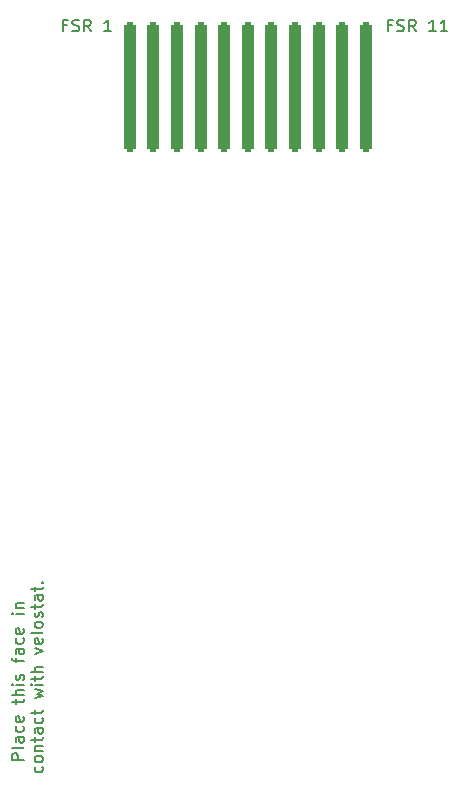
<source format=gto>
G04 #@! TF.GenerationSoftware,KiCad,Pcbnew,7.0.7*
G04 #@! TF.CreationDate,2024-12-02T13:55:21+01:00*
G04 #@! TF.ProjectId,Finger_FSR_V1_height,46696e67-6572-45f4-9653-525f56315f68,rev?*
G04 #@! TF.SameCoordinates,Original*
G04 #@! TF.FileFunction,Legend,Top*
G04 #@! TF.FilePolarity,Positive*
%FSLAX46Y46*%
G04 Gerber Fmt 4.6, Leading zero omitted, Abs format (unit mm)*
G04 Created by KiCad (PCBNEW 7.0.7) date 2024-12-02 13:55:21*
%MOMM*%
%LPD*%
G01*
G04 APERTURE LIST*
G04 Aperture macros list*
%AMRoundRect*
0 Rectangle with rounded corners*
0 $1 Rounding radius*
0 $2 $3 $4 $5 $6 $7 $8 $9 X,Y pos of 4 corners*
0 Add a 4 corners polygon primitive as box body*
4,1,4,$2,$3,$4,$5,$6,$7,$8,$9,$2,$3,0*
0 Add four circle primitives for the rounded corners*
1,1,$1+$1,$2,$3*
1,1,$1+$1,$4,$5*
1,1,$1+$1,$6,$7*
1,1,$1+$1,$8,$9*
0 Add four rect primitives between the rounded corners*
20,1,$1+$1,$2,$3,$4,$5,0*
20,1,$1+$1,$4,$5,$6,$7,0*
20,1,$1+$1,$6,$7,$8,$9,0*
20,1,$1+$1,$8,$9,$2,$3,0*%
G04 Aperture macros list end*
%ADD10C,0.150000*%
%ADD11RoundRect,0.250000X-0.250000X-5.250000X0.250000X-5.250000X0.250000X5.250000X-0.250000X5.250000X0*%
%ADD12C,3.000000*%
%ADD13C,3.800000*%
G04 APERTURE END LIST*
D10*
X119470112Y-69796009D02*
X119136779Y-69796009D01*
X119136779Y-70319819D02*
X119136779Y-69319819D01*
X119136779Y-69319819D02*
X119612969Y-69319819D01*
X119946303Y-70272200D02*
X120089160Y-70319819D01*
X120089160Y-70319819D02*
X120327255Y-70319819D01*
X120327255Y-70319819D02*
X120422493Y-70272200D01*
X120422493Y-70272200D02*
X120470112Y-70224580D01*
X120470112Y-70224580D02*
X120517731Y-70129342D01*
X120517731Y-70129342D02*
X120517731Y-70034104D01*
X120517731Y-70034104D02*
X120470112Y-69938866D01*
X120470112Y-69938866D02*
X120422493Y-69891247D01*
X120422493Y-69891247D02*
X120327255Y-69843628D01*
X120327255Y-69843628D02*
X120136779Y-69796009D01*
X120136779Y-69796009D02*
X120041541Y-69748390D01*
X120041541Y-69748390D02*
X119993922Y-69700771D01*
X119993922Y-69700771D02*
X119946303Y-69605533D01*
X119946303Y-69605533D02*
X119946303Y-69510295D01*
X119946303Y-69510295D02*
X119993922Y-69415057D01*
X119993922Y-69415057D02*
X120041541Y-69367438D01*
X120041541Y-69367438D02*
X120136779Y-69319819D01*
X120136779Y-69319819D02*
X120374874Y-69319819D01*
X120374874Y-69319819D02*
X120517731Y-69367438D01*
X121517731Y-70319819D02*
X121184398Y-69843628D01*
X120946303Y-70319819D02*
X120946303Y-69319819D01*
X120946303Y-69319819D02*
X121327255Y-69319819D01*
X121327255Y-69319819D02*
X121422493Y-69367438D01*
X121422493Y-69367438D02*
X121470112Y-69415057D01*
X121470112Y-69415057D02*
X121517731Y-69510295D01*
X121517731Y-69510295D02*
X121517731Y-69653152D01*
X121517731Y-69653152D02*
X121470112Y-69748390D01*
X121470112Y-69748390D02*
X121422493Y-69796009D01*
X121422493Y-69796009D02*
X121327255Y-69843628D01*
X121327255Y-69843628D02*
X120946303Y-69843628D01*
X123232017Y-70319819D02*
X122660589Y-70319819D01*
X122946303Y-70319819D02*
X122946303Y-69319819D01*
X122946303Y-69319819D02*
X122851065Y-69462676D01*
X122851065Y-69462676D02*
X122755827Y-69557914D01*
X122755827Y-69557914D02*
X122660589Y-69605533D01*
X146970112Y-69796009D02*
X146636779Y-69796009D01*
X146636779Y-70319819D02*
X146636779Y-69319819D01*
X146636779Y-69319819D02*
X147112969Y-69319819D01*
X147446303Y-70272200D02*
X147589160Y-70319819D01*
X147589160Y-70319819D02*
X147827255Y-70319819D01*
X147827255Y-70319819D02*
X147922493Y-70272200D01*
X147922493Y-70272200D02*
X147970112Y-70224580D01*
X147970112Y-70224580D02*
X148017731Y-70129342D01*
X148017731Y-70129342D02*
X148017731Y-70034104D01*
X148017731Y-70034104D02*
X147970112Y-69938866D01*
X147970112Y-69938866D02*
X147922493Y-69891247D01*
X147922493Y-69891247D02*
X147827255Y-69843628D01*
X147827255Y-69843628D02*
X147636779Y-69796009D01*
X147636779Y-69796009D02*
X147541541Y-69748390D01*
X147541541Y-69748390D02*
X147493922Y-69700771D01*
X147493922Y-69700771D02*
X147446303Y-69605533D01*
X147446303Y-69605533D02*
X147446303Y-69510295D01*
X147446303Y-69510295D02*
X147493922Y-69415057D01*
X147493922Y-69415057D02*
X147541541Y-69367438D01*
X147541541Y-69367438D02*
X147636779Y-69319819D01*
X147636779Y-69319819D02*
X147874874Y-69319819D01*
X147874874Y-69319819D02*
X148017731Y-69367438D01*
X149017731Y-70319819D02*
X148684398Y-69843628D01*
X148446303Y-70319819D02*
X148446303Y-69319819D01*
X148446303Y-69319819D02*
X148827255Y-69319819D01*
X148827255Y-69319819D02*
X148922493Y-69367438D01*
X148922493Y-69367438D02*
X148970112Y-69415057D01*
X148970112Y-69415057D02*
X149017731Y-69510295D01*
X149017731Y-69510295D02*
X149017731Y-69653152D01*
X149017731Y-69653152D02*
X148970112Y-69748390D01*
X148970112Y-69748390D02*
X148922493Y-69796009D01*
X148922493Y-69796009D02*
X148827255Y-69843628D01*
X148827255Y-69843628D02*
X148446303Y-69843628D01*
X150732017Y-70319819D02*
X150160589Y-70319819D01*
X150446303Y-70319819D02*
X150446303Y-69319819D01*
X150446303Y-69319819D02*
X150351065Y-69462676D01*
X150351065Y-69462676D02*
X150255827Y-69557914D01*
X150255827Y-69557914D02*
X150160589Y-69605533D01*
X151684398Y-70319819D02*
X151112970Y-70319819D01*
X151398684Y-70319819D02*
X151398684Y-69319819D01*
X151398684Y-69319819D02*
X151303446Y-69462676D01*
X151303446Y-69462676D02*
X151208208Y-69557914D01*
X151208208Y-69557914D02*
X151112970Y-69605533D01*
X115816569Y-132023810D02*
X114816569Y-132023810D01*
X114816569Y-132023810D02*
X114816569Y-131642858D01*
X114816569Y-131642858D02*
X114864188Y-131547620D01*
X114864188Y-131547620D02*
X114911807Y-131500001D01*
X114911807Y-131500001D02*
X115007045Y-131452382D01*
X115007045Y-131452382D02*
X115149902Y-131452382D01*
X115149902Y-131452382D02*
X115245140Y-131500001D01*
X115245140Y-131500001D02*
X115292759Y-131547620D01*
X115292759Y-131547620D02*
X115340378Y-131642858D01*
X115340378Y-131642858D02*
X115340378Y-132023810D01*
X115816569Y-130880953D02*
X115768950Y-130976191D01*
X115768950Y-130976191D02*
X115673711Y-131023810D01*
X115673711Y-131023810D02*
X114816569Y-131023810D01*
X115816569Y-130071429D02*
X115292759Y-130071429D01*
X115292759Y-130071429D02*
X115197521Y-130119048D01*
X115197521Y-130119048D02*
X115149902Y-130214286D01*
X115149902Y-130214286D02*
X115149902Y-130404762D01*
X115149902Y-130404762D02*
X115197521Y-130500000D01*
X115768950Y-130071429D02*
X115816569Y-130166667D01*
X115816569Y-130166667D02*
X115816569Y-130404762D01*
X115816569Y-130404762D02*
X115768950Y-130500000D01*
X115768950Y-130500000D02*
X115673711Y-130547619D01*
X115673711Y-130547619D02*
X115578473Y-130547619D01*
X115578473Y-130547619D02*
X115483235Y-130500000D01*
X115483235Y-130500000D02*
X115435616Y-130404762D01*
X115435616Y-130404762D02*
X115435616Y-130166667D01*
X115435616Y-130166667D02*
X115387997Y-130071429D01*
X115768950Y-129166667D02*
X115816569Y-129261905D01*
X115816569Y-129261905D02*
X115816569Y-129452381D01*
X115816569Y-129452381D02*
X115768950Y-129547619D01*
X115768950Y-129547619D02*
X115721330Y-129595238D01*
X115721330Y-129595238D02*
X115626092Y-129642857D01*
X115626092Y-129642857D02*
X115340378Y-129642857D01*
X115340378Y-129642857D02*
X115245140Y-129595238D01*
X115245140Y-129595238D02*
X115197521Y-129547619D01*
X115197521Y-129547619D02*
X115149902Y-129452381D01*
X115149902Y-129452381D02*
X115149902Y-129261905D01*
X115149902Y-129261905D02*
X115197521Y-129166667D01*
X115768950Y-128357143D02*
X115816569Y-128452381D01*
X115816569Y-128452381D02*
X115816569Y-128642857D01*
X115816569Y-128642857D02*
X115768950Y-128738095D01*
X115768950Y-128738095D02*
X115673711Y-128785714D01*
X115673711Y-128785714D02*
X115292759Y-128785714D01*
X115292759Y-128785714D02*
X115197521Y-128738095D01*
X115197521Y-128738095D02*
X115149902Y-128642857D01*
X115149902Y-128642857D02*
X115149902Y-128452381D01*
X115149902Y-128452381D02*
X115197521Y-128357143D01*
X115197521Y-128357143D02*
X115292759Y-128309524D01*
X115292759Y-128309524D02*
X115387997Y-128309524D01*
X115387997Y-128309524D02*
X115483235Y-128785714D01*
X115149902Y-127261904D02*
X115149902Y-126880952D01*
X114816569Y-127119047D02*
X115673711Y-127119047D01*
X115673711Y-127119047D02*
X115768950Y-127071428D01*
X115768950Y-127071428D02*
X115816569Y-126976190D01*
X115816569Y-126976190D02*
X115816569Y-126880952D01*
X115816569Y-126547618D02*
X114816569Y-126547618D01*
X115816569Y-126119047D02*
X115292759Y-126119047D01*
X115292759Y-126119047D02*
X115197521Y-126166666D01*
X115197521Y-126166666D02*
X115149902Y-126261904D01*
X115149902Y-126261904D02*
X115149902Y-126404761D01*
X115149902Y-126404761D02*
X115197521Y-126499999D01*
X115197521Y-126499999D02*
X115245140Y-126547618D01*
X115816569Y-125642856D02*
X115149902Y-125642856D01*
X114816569Y-125642856D02*
X114864188Y-125690475D01*
X114864188Y-125690475D02*
X114911807Y-125642856D01*
X114911807Y-125642856D02*
X114864188Y-125595237D01*
X114864188Y-125595237D02*
X114816569Y-125642856D01*
X114816569Y-125642856D02*
X114911807Y-125642856D01*
X115768950Y-125214285D02*
X115816569Y-125119047D01*
X115816569Y-125119047D02*
X115816569Y-124928571D01*
X115816569Y-124928571D02*
X115768950Y-124833333D01*
X115768950Y-124833333D02*
X115673711Y-124785714D01*
X115673711Y-124785714D02*
X115626092Y-124785714D01*
X115626092Y-124785714D02*
X115530854Y-124833333D01*
X115530854Y-124833333D02*
X115483235Y-124928571D01*
X115483235Y-124928571D02*
X115483235Y-125071428D01*
X115483235Y-125071428D02*
X115435616Y-125166666D01*
X115435616Y-125166666D02*
X115340378Y-125214285D01*
X115340378Y-125214285D02*
X115292759Y-125214285D01*
X115292759Y-125214285D02*
X115197521Y-125166666D01*
X115197521Y-125166666D02*
X115149902Y-125071428D01*
X115149902Y-125071428D02*
X115149902Y-124928571D01*
X115149902Y-124928571D02*
X115197521Y-124833333D01*
X115149902Y-123738094D02*
X115149902Y-123357142D01*
X115816569Y-123595237D02*
X114959426Y-123595237D01*
X114959426Y-123595237D02*
X114864188Y-123547618D01*
X114864188Y-123547618D02*
X114816569Y-123452380D01*
X114816569Y-123452380D02*
X114816569Y-123357142D01*
X115816569Y-122595237D02*
X115292759Y-122595237D01*
X115292759Y-122595237D02*
X115197521Y-122642856D01*
X115197521Y-122642856D02*
X115149902Y-122738094D01*
X115149902Y-122738094D02*
X115149902Y-122928570D01*
X115149902Y-122928570D02*
X115197521Y-123023808D01*
X115768950Y-122595237D02*
X115816569Y-122690475D01*
X115816569Y-122690475D02*
X115816569Y-122928570D01*
X115816569Y-122928570D02*
X115768950Y-123023808D01*
X115768950Y-123023808D02*
X115673711Y-123071427D01*
X115673711Y-123071427D02*
X115578473Y-123071427D01*
X115578473Y-123071427D02*
X115483235Y-123023808D01*
X115483235Y-123023808D02*
X115435616Y-122928570D01*
X115435616Y-122928570D02*
X115435616Y-122690475D01*
X115435616Y-122690475D02*
X115387997Y-122595237D01*
X115768950Y-121690475D02*
X115816569Y-121785713D01*
X115816569Y-121785713D02*
X115816569Y-121976189D01*
X115816569Y-121976189D02*
X115768950Y-122071427D01*
X115768950Y-122071427D02*
X115721330Y-122119046D01*
X115721330Y-122119046D02*
X115626092Y-122166665D01*
X115626092Y-122166665D02*
X115340378Y-122166665D01*
X115340378Y-122166665D02*
X115245140Y-122119046D01*
X115245140Y-122119046D02*
X115197521Y-122071427D01*
X115197521Y-122071427D02*
X115149902Y-121976189D01*
X115149902Y-121976189D02*
X115149902Y-121785713D01*
X115149902Y-121785713D02*
X115197521Y-121690475D01*
X115768950Y-120880951D02*
X115816569Y-120976189D01*
X115816569Y-120976189D02*
X115816569Y-121166665D01*
X115816569Y-121166665D02*
X115768950Y-121261903D01*
X115768950Y-121261903D02*
X115673711Y-121309522D01*
X115673711Y-121309522D02*
X115292759Y-121309522D01*
X115292759Y-121309522D02*
X115197521Y-121261903D01*
X115197521Y-121261903D02*
X115149902Y-121166665D01*
X115149902Y-121166665D02*
X115149902Y-120976189D01*
X115149902Y-120976189D02*
X115197521Y-120880951D01*
X115197521Y-120880951D02*
X115292759Y-120833332D01*
X115292759Y-120833332D02*
X115387997Y-120833332D01*
X115387997Y-120833332D02*
X115483235Y-121309522D01*
X115816569Y-119642855D02*
X115149902Y-119642855D01*
X114816569Y-119642855D02*
X114864188Y-119690474D01*
X114864188Y-119690474D02*
X114911807Y-119642855D01*
X114911807Y-119642855D02*
X114864188Y-119595236D01*
X114864188Y-119595236D02*
X114816569Y-119642855D01*
X114816569Y-119642855D02*
X114911807Y-119642855D01*
X115149902Y-119166665D02*
X115816569Y-119166665D01*
X115245140Y-119166665D02*
X115197521Y-119119046D01*
X115197521Y-119119046D02*
X115149902Y-119023808D01*
X115149902Y-119023808D02*
X115149902Y-118880951D01*
X115149902Y-118880951D02*
X115197521Y-118785713D01*
X115197521Y-118785713D02*
X115292759Y-118738094D01*
X115292759Y-118738094D02*
X115816569Y-118738094D01*
X117378950Y-132571430D02*
X117426569Y-132666668D01*
X117426569Y-132666668D02*
X117426569Y-132857144D01*
X117426569Y-132857144D02*
X117378950Y-132952382D01*
X117378950Y-132952382D02*
X117331330Y-133000001D01*
X117331330Y-133000001D02*
X117236092Y-133047620D01*
X117236092Y-133047620D02*
X116950378Y-133047620D01*
X116950378Y-133047620D02*
X116855140Y-133000001D01*
X116855140Y-133000001D02*
X116807521Y-132952382D01*
X116807521Y-132952382D02*
X116759902Y-132857144D01*
X116759902Y-132857144D02*
X116759902Y-132666668D01*
X116759902Y-132666668D02*
X116807521Y-132571430D01*
X117426569Y-132000001D02*
X117378950Y-132095239D01*
X117378950Y-132095239D02*
X117331330Y-132142858D01*
X117331330Y-132142858D02*
X117236092Y-132190477D01*
X117236092Y-132190477D02*
X116950378Y-132190477D01*
X116950378Y-132190477D02*
X116855140Y-132142858D01*
X116855140Y-132142858D02*
X116807521Y-132095239D01*
X116807521Y-132095239D02*
X116759902Y-132000001D01*
X116759902Y-132000001D02*
X116759902Y-131857144D01*
X116759902Y-131857144D02*
X116807521Y-131761906D01*
X116807521Y-131761906D02*
X116855140Y-131714287D01*
X116855140Y-131714287D02*
X116950378Y-131666668D01*
X116950378Y-131666668D02*
X117236092Y-131666668D01*
X117236092Y-131666668D02*
X117331330Y-131714287D01*
X117331330Y-131714287D02*
X117378950Y-131761906D01*
X117378950Y-131761906D02*
X117426569Y-131857144D01*
X117426569Y-131857144D02*
X117426569Y-132000001D01*
X116759902Y-131238096D02*
X117426569Y-131238096D01*
X116855140Y-131238096D02*
X116807521Y-131190477D01*
X116807521Y-131190477D02*
X116759902Y-131095239D01*
X116759902Y-131095239D02*
X116759902Y-130952382D01*
X116759902Y-130952382D02*
X116807521Y-130857144D01*
X116807521Y-130857144D02*
X116902759Y-130809525D01*
X116902759Y-130809525D02*
X117426569Y-130809525D01*
X116759902Y-130476191D02*
X116759902Y-130095239D01*
X116426569Y-130333334D02*
X117283711Y-130333334D01*
X117283711Y-130333334D02*
X117378950Y-130285715D01*
X117378950Y-130285715D02*
X117426569Y-130190477D01*
X117426569Y-130190477D02*
X117426569Y-130095239D01*
X117426569Y-129333334D02*
X116902759Y-129333334D01*
X116902759Y-129333334D02*
X116807521Y-129380953D01*
X116807521Y-129380953D02*
X116759902Y-129476191D01*
X116759902Y-129476191D02*
X116759902Y-129666667D01*
X116759902Y-129666667D02*
X116807521Y-129761905D01*
X117378950Y-129333334D02*
X117426569Y-129428572D01*
X117426569Y-129428572D02*
X117426569Y-129666667D01*
X117426569Y-129666667D02*
X117378950Y-129761905D01*
X117378950Y-129761905D02*
X117283711Y-129809524D01*
X117283711Y-129809524D02*
X117188473Y-129809524D01*
X117188473Y-129809524D02*
X117093235Y-129761905D01*
X117093235Y-129761905D02*
X117045616Y-129666667D01*
X117045616Y-129666667D02*
X117045616Y-129428572D01*
X117045616Y-129428572D02*
X116997997Y-129333334D01*
X117378950Y-128428572D02*
X117426569Y-128523810D01*
X117426569Y-128523810D02*
X117426569Y-128714286D01*
X117426569Y-128714286D02*
X117378950Y-128809524D01*
X117378950Y-128809524D02*
X117331330Y-128857143D01*
X117331330Y-128857143D02*
X117236092Y-128904762D01*
X117236092Y-128904762D02*
X116950378Y-128904762D01*
X116950378Y-128904762D02*
X116855140Y-128857143D01*
X116855140Y-128857143D02*
X116807521Y-128809524D01*
X116807521Y-128809524D02*
X116759902Y-128714286D01*
X116759902Y-128714286D02*
X116759902Y-128523810D01*
X116759902Y-128523810D02*
X116807521Y-128428572D01*
X116759902Y-128142857D02*
X116759902Y-127761905D01*
X116426569Y-128000000D02*
X117283711Y-128000000D01*
X117283711Y-128000000D02*
X117378950Y-127952381D01*
X117378950Y-127952381D02*
X117426569Y-127857143D01*
X117426569Y-127857143D02*
X117426569Y-127761905D01*
X116759902Y-126761904D02*
X117426569Y-126571428D01*
X117426569Y-126571428D02*
X116950378Y-126380952D01*
X116950378Y-126380952D02*
X117426569Y-126190476D01*
X117426569Y-126190476D02*
X116759902Y-126000000D01*
X117426569Y-125619047D02*
X116759902Y-125619047D01*
X116426569Y-125619047D02*
X116474188Y-125666666D01*
X116474188Y-125666666D02*
X116521807Y-125619047D01*
X116521807Y-125619047D02*
X116474188Y-125571428D01*
X116474188Y-125571428D02*
X116426569Y-125619047D01*
X116426569Y-125619047D02*
X116521807Y-125619047D01*
X116759902Y-125285714D02*
X116759902Y-124904762D01*
X116426569Y-125142857D02*
X117283711Y-125142857D01*
X117283711Y-125142857D02*
X117378950Y-125095238D01*
X117378950Y-125095238D02*
X117426569Y-125000000D01*
X117426569Y-125000000D02*
X117426569Y-124904762D01*
X117426569Y-124571428D02*
X116426569Y-124571428D01*
X117426569Y-124142857D02*
X116902759Y-124142857D01*
X116902759Y-124142857D02*
X116807521Y-124190476D01*
X116807521Y-124190476D02*
X116759902Y-124285714D01*
X116759902Y-124285714D02*
X116759902Y-124428571D01*
X116759902Y-124428571D02*
X116807521Y-124523809D01*
X116807521Y-124523809D02*
X116855140Y-124571428D01*
X116759902Y-122999999D02*
X117426569Y-122761904D01*
X117426569Y-122761904D02*
X116759902Y-122523809D01*
X117378950Y-121761904D02*
X117426569Y-121857142D01*
X117426569Y-121857142D02*
X117426569Y-122047618D01*
X117426569Y-122047618D02*
X117378950Y-122142856D01*
X117378950Y-122142856D02*
X117283711Y-122190475D01*
X117283711Y-122190475D02*
X116902759Y-122190475D01*
X116902759Y-122190475D02*
X116807521Y-122142856D01*
X116807521Y-122142856D02*
X116759902Y-122047618D01*
X116759902Y-122047618D02*
X116759902Y-121857142D01*
X116759902Y-121857142D02*
X116807521Y-121761904D01*
X116807521Y-121761904D02*
X116902759Y-121714285D01*
X116902759Y-121714285D02*
X116997997Y-121714285D01*
X116997997Y-121714285D02*
X117093235Y-122190475D01*
X117426569Y-121142856D02*
X117378950Y-121238094D01*
X117378950Y-121238094D02*
X117283711Y-121285713D01*
X117283711Y-121285713D02*
X116426569Y-121285713D01*
X117426569Y-120619046D02*
X117378950Y-120714284D01*
X117378950Y-120714284D02*
X117331330Y-120761903D01*
X117331330Y-120761903D02*
X117236092Y-120809522D01*
X117236092Y-120809522D02*
X116950378Y-120809522D01*
X116950378Y-120809522D02*
X116855140Y-120761903D01*
X116855140Y-120761903D02*
X116807521Y-120714284D01*
X116807521Y-120714284D02*
X116759902Y-120619046D01*
X116759902Y-120619046D02*
X116759902Y-120476189D01*
X116759902Y-120476189D02*
X116807521Y-120380951D01*
X116807521Y-120380951D02*
X116855140Y-120333332D01*
X116855140Y-120333332D02*
X116950378Y-120285713D01*
X116950378Y-120285713D02*
X117236092Y-120285713D01*
X117236092Y-120285713D02*
X117331330Y-120333332D01*
X117331330Y-120333332D02*
X117378950Y-120380951D01*
X117378950Y-120380951D02*
X117426569Y-120476189D01*
X117426569Y-120476189D02*
X117426569Y-120619046D01*
X117378950Y-119904760D02*
X117426569Y-119809522D01*
X117426569Y-119809522D02*
X117426569Y-119619046D01*
X117426569Y-119619046D02*
X117378950Y-119523808D01*
X117378950Y-119523808D02*
X117283711Y-119476189D01*
X117283711Y-119476189D02*
X117236092Y-119476189D01*
X117236092Y-119476189D02*
X117140854Y-119523808D01*
X117140854Y-119523808D02*
X117093235Y-119619046D01*
X117093235Y-119619046D02*
X117093235Y-119761903D01*
X117093235Y-119761903D02*
X117045616Y-119857141D01*
X117045616Y-119857141D02*
X116950378Y-119904760D01*
X116950378Y-119904760D02*
X116902759Y-119904760D01*
X116902759Y-119904760D02*
X116807521Y-119857141D01*
X116807521Y-119857141D02*
X116759902Y-119761903D01*
X116759902Y-119761903D02*
X116759902Y-119619046D01*
X116759902Y-119619046D02*
X116807521Y-119523808D01*
X116759902Y-119190474D02*
X116759902Y-118809522D01*
X116426569Y-119047617D02*
X117283711Y-119047617D01*
X117283711Y-119047617D02*
X117378950Y-118999998D01*
X117378950Y-118999998D02*
X117426569Y-118904760D01*
X117426569Y-118904760D02*
X117426569Y-118809522D01*
X117426569Y-118047617D02*
X116902759Y-118047617D01*
X116902759Y-118047617D02*
X116807521Y-118095236D01*
X116807521Y-118095236D02*
X116759902Y-118190474D01*
X116759902Y-118190474D02*
X116759902Y-118380950D01*
X116759902Y-118380950D02*
X116807521Y-118476188D01*
X117378950Y-118047617D02*
X117426569Y-118142855D01*
X117426569Y-118142855D02*
X117426569Y-118380950D01*
X117426569Y-118380950D02*
X117378950Y-118476188D01*
X117378950Y-118476188D02*
X117283711Y-118523807D01*
X117283711Y-118523807D02*
X117188473Y-118523807D01*
X117188473Y-118523807D02*
X117093235Y-118476188D01*
X117093235Y-118476188D02*
X117045616Y-118380950D01*
X117045616Y-118380950D02*
X117045616Y-118142855D01*
X117045616Y-118142855D02*
X116997997Y-118047617D01*
X116759902Y-117714283D02*
X116759902Y-117333331D01*
X116426569Y-117571426D02*
X117283711Y-117571426D01*
X117283711Y-117571426D02*
X117378950Y-117523807D01*
X117378950Y-117523807D02*
X117426569Y-117428569D01*
X117426569Y-117428569D02*
X117426569Y-117333331D01*
X117331330Y-116999997D02*
X117378950Y-116952378D01*
X117378950Y-116952378D02*
X117426569Y-116999997D01*
X117426569Y-116999997D02*
X117378950Y-117047616D01*
X117378950Y-117047616D02*
X117331330Y-116999997D01*
X117331330Y-116999997D02*
X117426569Y-116999997D01*
%LPC*%
D11*
X140800000Y-75000000D03*
D12*
X116150000Y-78650000D03*
D13*
X116150000Y-73650000D03*
D11*
X144800000Y-75000000D03*
X130800000Y-75000000D03*
X142800000Y-75000000D03*
X128800000Y-75000000D03*
X126800000Y-75000000D03*
X138800000Y-75000000D03*
X132800000Y-75000000D03*
D13*
X153450000Y-78650000D03*
D11*
X136800000Y-75000000D03*
X124800000Y-75000000D03*
D13*
X153450000Y-73650000D03*
D11*
X134800000Y-75000000D03*
%LPD*%
M02*

</source>
